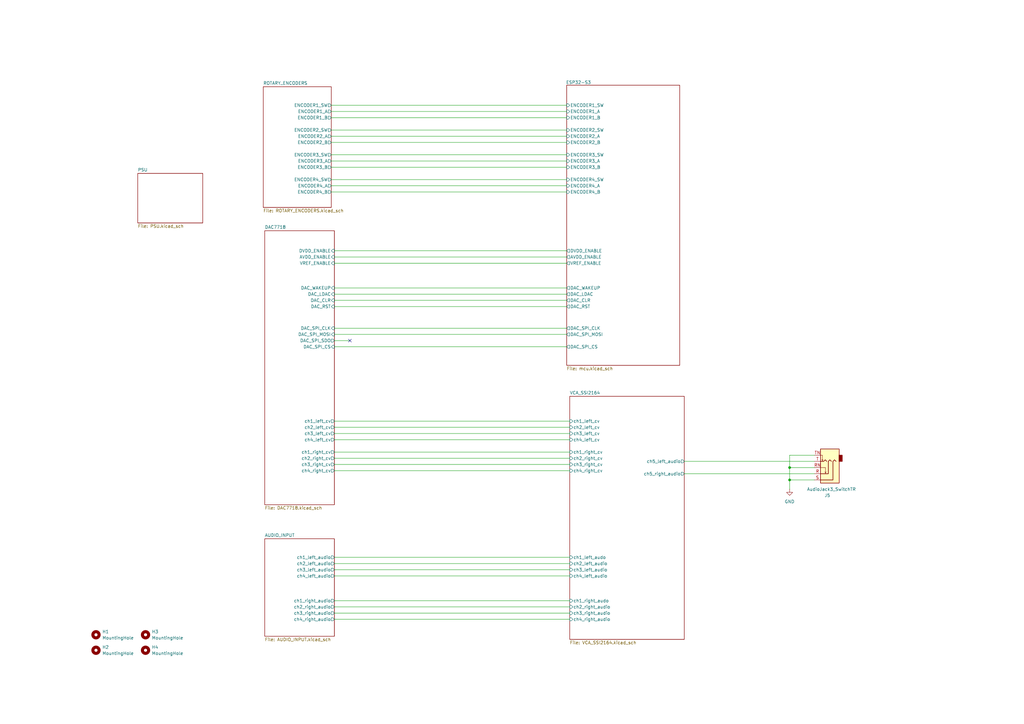
<source format=kicad_sch>
(kicad_sch
	(version 20231120)
	(generator "eeschema")
	(generator_version "8.0")
	(uuid "68c4b081-ef47-4ba5-a55f-4ef66cb2b598")
	(paper "A3")
	(title_block
		(title "${PROJECTNAME}")
		(date "2024-10-22")
		(rev "${REVISION}")
		(company "Created By: ${AUTHOR}")
	)
	(lib_symbols
		(symbol "Connector_Audio:AudioJack3_SwitchTR"
			(exclude_from_sim no)
			(in_bom yes)
			(on_board yes)
			(property "Reference" "J"
				(at 0 8.89 0)
				(effects
					(font
						(size 1.27 1.27)
					)
				)
			)
			(property "Value" "AudioJack3_SwitchTR"
				(at 0 6.35 0)
				(effects
					(font
						(size 1.27 1.27)
					)
				)
			)
			(property "Footprint" ""
				(at 0 0 0)
				(effects
					(font
						(size 1.27 1.27)
					)
					(hide yes)
				)
			)
			(property "Datasheet" "~"
				(at 0 0 0)
				(effects
					(font
						(size 1.27 1.27)
					)
					(hide yes)
				)
			)
			(property "Description" "Audio Jack, 3 Poles (Stereo / TRS), Switched TR Poles (Normalling)"
				(at 0 0 0)
				(effects
					(font
						(size 1.27 1.27)
					)
					(hide yes)
				)
			)
			(property "ki_keywords" "audio jack receptacle stereo headphones phones TRS connector"
				(at 0 0 0)
				(effects
					(font
						(size 1.27 1.27)
					)
					(hide yes)
				)
			)
			(property "ki_fp_filters" "Jack*"
				(at 0 0 0)
				(effects
					(font
						(size 1.27 1.27)
					)
					(hide yes)
				)
			)
			(symbol "AudioJack3_SwitchTR_0_1"
				(rectangle
					(start -5.08 -5.08)
					(end -6.35 -7.62)
					(stroke
						(width 0.254)
						(type default)
					)
					(fill
						(type outline)
					)
				)
				(polyline
					(pts
						(xy 0.508 -0.254) (xy 0.762 -0.762)
					)
					(stroke
						(width 0)
						(type default)
					)
					(fill
						(type none)
					)
				)
				(polyline
					(pts
						(xy 1.778 -5.334) (xy 2.032 -5.842)
					)
					(stroke
						(width 0)
						(type default)
					)
					(fill
						(type none)
					)
				)
				(polyline
					(pts
						(xy 0 -5.08) (xy 0.635 -5.715) (xy 1.27 -5.08) (xy 2.54 -5.08)
					)
					(stroke
						(width 0.254)
						(type default)
					)
					(fill
						(type none)
					)
				)
				(polyline
					(pts
						(xy 2.54 -7.62) (xy 1.778 -7.62) (xy 1.778 -5.334) (xy 1.524 -5.842)
					)
					(stroke
						(width 0)
						(type default)
					)
					(fill
						(type none)
					)
				)
				(polyline
					(pts
						(xy 2.54 -2.54) (xy 0.508 -2.54) (xy 0.508 -0.254) (xy 0.254 -0.762)
					)
					(stroke
						(width 0)
						(type default)
					)
					(fill
						(type none)
					)
				)
				(polyline
					(pts
						(xy -1.905 -5.08) (xy -1.27 -5.715) (xy -0.635 -5.08) (xy -0.635 0) (xy 2.54 0)
					)
					(stroke
						(width 0.254)
						(type default)
					)
					(fill
						(type none)
					)
				)
				(polyline
					(pts
						(xy 2.54 2.54) (xy -2.54 2.54) (xy -2.54 -5.08) (xy -3.175 -5.715) (xy -3.81 -5.08)
					)
					(stroke
						(width 0.254)
						(type default)
					)
					(fill
						(type none)
					)
				)
				(rectangle
					(start 2.54 3.81)
					(end -5.08 -10.16)
					(stroke
						(width 0.254)
						(type default)
					)
					(fill
						(type background)
					)
				)
			)
			(symbol "AudioJack3_SwitchTR_1_1"
				(pin passive line
					(at 5.08 0 180)
					(length 2.54)
					(name "~"
						(effects
							(font
								(size 1.27 1.27)
							)
						)
					)
					(number "R"
						(effects
							(font
								(size 1.27 1.27)
							)
						)
					)
				)
				(pin passive line
					(at 5.08 -2.54 180)
					(length 2.54)
					(name "~"
						(effects
							(font
								(size 1.27 1.27)
							)
						)
					)
					(number "RN"
						(effects
							(font
								(size 1.27 1.27)
							)
						)
					)
				)
				(pin passive line
					(at 5.08 2.54 180)
					(length 2.54)
					(name "~"
						(effects
							(font
								(size 1.27 1.27)
							)
						)
					)
					(number "S"
						(effects
							(font
								(size 1.27 1.27)
							)
						)
					)
				)
				(pin passive line
					(at 5.08 -5.08 180)
					(length 2.54)
					(name "~"
						(effects
							(font
								(size 1.27 1.27)
							)
						)
					)
					(number "T"
						(effects
							(font
								(size 1.27 1.27)
							)
						)
					)
				)
				(pin passive line
					(at 5.08 -7.62 180)
					(length 2.54)
					(name "~"
						(effects
							(font
								(size 1.27 1.27)
							)
						)
					)
					(number "TN"
						(effects
							(font
								(size 1.27 1.27)
							)
						)
					)
				)
			)
		)
		(symbol "Mechanical:MountingHole"
			(pin_names
				(offset 1.016)
			)
			(exclude_from_sim yes)
			(in_bom no)
			(on_board yes)
			(property "Reference" "H"
				(at 0 5.08 0)
				(effects
					(font
						(size 1.27 1.27)
					)
				)
			)
			(property "Value" "MountingHole"
				(at 0 3.175 0)
				(effects
					(font
						(size 1.27 1.27)
					)
				)
			)
			(property "Footprint" ""
				(at 0 0 0)
				(effects
					(font
						(size 1.27 1.27)
					)
					(hide yes)
				)
			)
			(property "Datasheet" "~"
				(at 0 0 0)
				(effects
					(font
						(size 1.27 1.27)
					)
					(hide yes)
				)
			)
			(property "Description" "Mounting Hole without connection"
				(at 0 0 0)
				(effects
					(font
						(size 1.27 1.27)
					)
					(hide yes)
				)
			)
			(property "ki_keywords" "mounting hole"
				(at 0 0 0)
				(effects
					(font
						(size 1.27 1.27)
					)
					(hide yes)
				)
			)
			(property "ki_fp_filters" "MountingHole*"
				(at 0 0 0)
				(effects
					(font
						(size 1.27 1.27)
					)
					(hide yes)
				)
			)
			(symbol "MountingHole_0_1"
				(circle
					(center 0 0)
					(radius 1.27)
					(stroke
						(width 1.27)
						(type default)
					)
					(fill
						(type none)
					)
				)
			)
		)
		(symbol "power:GND"
			(power)
			(pin_numbers hide)
			(pin_names
				(offset 0) hide)
			(exclude_from_sim no)
			(in_bom yes)
			(on_board yes)
			(property "Reference" "#PWR"
				(at 0 -6.35 0)
				(effects
					(font
						(size 1.27 1.27)
					)
					(hide yes)
				)
			)
			(property "Value" "GND"
				(at 0 -3.81 0)
				(effects
					(font
						(size 1.27 1.27)
					)
				)
			)
			(property "Footprint" ""
				(at 0 0 0)
				(effects
					(font
						(size 1.27 1.27)
					)
					(hide yes)
				)
			)
			(property "Datasheet" ""
				(at 0 0 0)
				(effects
					(font
						(size 1.27 1.27)
					)
					(hide yes)
				)
			)
			(property "Description" "Power symbol creates a global label with name \"GND\" , ground"
				(at 0 0 0)
				(effects
					(font
						(size 1.27 1.27)
					)
					(hide yes)
				)
			)
			(property "ki_keywords" "global power"
				(at 0 0 0)
				(effects
					(font
						(size 1.27 1.27)
					)
					(hide yes)
				)
			)
			(symbol "GND_0_1"
				(polyline
					(pts
						(xy 0 0) (xy 0 -1.27) (xy 1.27 -1.27) (xy 0 -2.54) (xy -1.27 -1.27) (xy 0 -1.27)
					)
					(stroke
						(width 0)
						(type default)
					)
					(fill
						(type none)
					)
				)
			)
			(symbol "GND_1_1"
				(pin power_in line
					(at 0 0 270)
					(length 0)
					(name "~"
						(effects
							(font
								(size 1.27 1.27)
							)
						)
					)
					(number "1"
						(effects
							(font
								(size 1.27 1.27)
							)
						)
					)
				)
			)
		)
	)
	(junction
		(at 323.85 191.77)
		(diameter 0)
		(color 0 0 0 0)
		(uuid "a05df00c-cf4e-4893-8022-aee14bb6d852")
	)
	(junction
		(at 323.85 196.85)
		(diameter 0)
		(color 0 0 0 0)
		(uuid "a9e89c40-620c-4d14-97c1-7bec83cb819d")
	)
	(no_connect
		(at 143.51 139.7)
		(uuid "5f9f2b64-4965-4ccf-9faf-a799cbcc6ab2")
	)
	(wire
		(pts
			(xy 137.16 180.34) (xy 233.68 180.34)
		)
		(stroke
			(width 0)
			(type default)
		)
		(uuid "0ba9c9a4-d805-49b5-9aa0-d54c2c915a0f")
	)
	(wire
		(pts
			(xy 137.16 172.72) (xy 233.68 172.72)
		)
		(stroke
			(width 0)
			(type default)
		)
		(uuid "0c86fca2-1c17-40be-8b4c-243ca961136c")
	)
	(wire
		(pts
			(xy 137.16 231.14) (xy 233.68 231.14)
		)
		(stroke
			(width 0)
			(type default)
		)
		(uuid "0eaf92a5-8b71-478a-aed0-91ecdb92b9df")
	)
	(wire
		(pts
			(xy 135.89 66.04) (xy 232.41 66.04)
		)
		(stroke
			(width 0)
			(type default)
		)
		(uuid "177749ce-d950-4f90-9f54-f78750f7be64")
	)
	(wire
		(pts
			(xy 137.16 102.87) (xy 232.41 102.87)
		)
		(stroke
			(width 0)
			(type default)
		)
		(uuid "18cdb8e0-d66f-4bf7-bdee-9f207d9e5d85")
	)
	(wire
		(pts
			(xy 137.16 251.46) (xy 233.68 251.46)
		)
		(stroke
			(width 0)
			(type default)
		)
		(uuid "1d9eeb30-6ee2-406a-831d-50c5ba758355")
	)
	(wire
		(pts
			(xy 137.16 107.95) (xy 232.41 107.95)
		)
		(stroke
			(width 0)
			(type default)
		)
		(uuid "1e0d5cec-15a7-42a1-9e1b-1f7260d6b221")
	)
	(wire
		(pts
			(xy 137.16 236.22) (xy 233.68 236.22)
		)
		(stroke
			(width 0)
			(type default)
		)
		(uuid "1f3799b3-0bbf-4e78-9e3c-06fb925a4b8f")
	)
	(wire
		(pts
			(xy 135.89 68.58) (xy 232.41 68.58)
		)
		(stroke
			(width 0)
			(type default)
		)
		(uuid "200a6bdf-252e-4146-82fa-9ab489dfe1c6")
	)
	(wire
		(pts
			(xy 135.89 53.34) (xy 232.41 53.34)
		)
		(stroke
			(width 0)
			(type default)
		)
		(uuid "2e6ee337-6dba-4146-8bcb-8714699cdb3d")
	)
	(wire
		(pts
			(xy 323.85 186.69) (xy 334.01 186.69)
		)
		(stroke
			(width 0)
			(type default)
		)
		(uuid "30f19f5b-a6ea-4db1-933b-bca468de064d")
	)
	(wire
		(pts
			(xy 137.16 175.26) (xy 233.68 175.26)
		)
		(stroke
			(width 0)
			(type default)
		)
		(uuid "369d33ea-db94-40ad-b5e4-0278ab7ec36d")
	)
	(wire
		(pts
			(xy 135.89 63.5) (xy 232.41 63.5)
		)
		(stroke
			(width 0)
			(type default)
		)
		(uuid "3808da44-565a-47fd-a94d-a46f218a2923")
	)
	(wire
		(pts
			(xy 323.85 196.85) (xy 323.85 200.66)
		)
		(stroke
			(width 0)
			(type default)
		)
		(uuid "38324098-41be-4821-ba79-3806655aa860")
	)
	(wire
		(pts
			(xy 135.89 76.2) (xy 232.41 76.2)
		)
		(stroke
			(width 0)
			(type default)
		)
		(uuid "3835941e-5fdb-4762-a7f9-0a93430bb790")
	)
	(wire
		(pts
			(xy 137.16 228.6) (xy 233.68 228.6)
		)
		(stroke
			(width 0)
			(type default)
		)
		(uuid "3e0e3a1b-ffa3-41d7-a2cc-57e672400479")
	)
	(wire
		(pts
			(xy 135.89 48.26) (xy 232.41 48.26)
		)
		(stroke
			(width 0)
			(type default)
		)
		(uuid "4bcb5868-ab93-45b5-82de-b100c89ee21d")
	)
	(wire
		(pts
			(xy 137.16 134.62) (xy 232.41 134.62)
		)
		(stroke
			(width 0)
			(type default)
		)
		(uuid "4c2c548e-175f-46b7-ba21-7cebb0c285b0")
	)
	(wire
		(pts
			(xy 137.16 142.24) (xy 232.41 142.24)
		)
		(stroke
			(width 0)
			(type default)
		)
		(uuid "4dc29e9c-405e-40e4-8778-131f19abcdea")
	)
	(wire
		(pts
			(xy 137.16 187.96) (xy 233.68 187.96)
		)
		(stroke
			(width 0)
			(type default)
		)
		(uuid "4e6a63b5-d6e3-445b-a56a-43afc9fcd72a")
	)
	(wire
		(pts
			(xy 137.16 105.41) (xy 232.41 105.41)
		)
		(stroke
			(width 0)
			(type default)
		)
		(uuid "55099dbc-b8e4-4d3a-b4e0-ee9eca05e907")
	)
	(wire
		(pts
			(xy 323.85 191.77) (xy 323.85 196.85)
		)
		(stroke
			(width 0)
			(type default)
		)
		(uuid "577a47c6-f2db-4dab-90fa-0dbf656a6ac7")
	)
	(wire
		(pts
			(xy 280.67 189.23) (xy 334.01 189.23)
		)
		(stroke
			(width 0)
			(type default)
		)
		(uuid "5abd2f82-f66b-4961-bc6a-b24607778e0a")
	)
	(wire
		(pts
			(xy 137.16 118.11) (xy 232.41 118.11)
		)
		(stroke
			(width 0)
			(type default)
		)
		(uuid "5ffc46df-88dc-4a49-864c-fdc54452ffcb")
	)
	(wire
		(pts
			(xy 135.89 55.88) (xy 232.41 55.88)
		)
		(stroke
			(width 0)
			(type default)
		)
		(uuid "661e58bd-316f-4261-aca4-334a54991fea")
	)
	(wire
		(pts
			(xy 137.16 190.5) (xy 233.68 190.5)
		)
		(stroke
			(width 0)
			(type default)
		)
		(uuid "68a16277-a066-43e8-abac-ed8f9530ffbf")
	)
	(wire
		(pts
			(xy 137.16 137.16) (xy 232.41 137.16)
		)
		(stroke
			(width 0)
			(type default)
		)
		(uuid "6a29b020-2dba-42ee-b907-3d9bf04485f3")
	)
	(wire
		(pts
			(xy 334.01 196.85) (xy 323.85 196.85)
		)
		(stroke
			(width 0)
			(type default)
		)
		(uuid "73eb628a-7675-48c7-8556-c1e526d7e3c3")
	)
	(wire
		(pts
			(xy 137.16 185.42) (xy 233.68 185.42)
		)
		(stroke
			(width 0)
			(type default)
		)
		(uuid "7d10c5fb-0fd7-45a2-9e9d-8799cb353576")
	)
	(wire
		(pts
			(xy 135.89 58.42) (xy 232.41 58.42)
		)
		(stroke
			(width 0)
			(type default)
		)
		(uuid "82798c39-38d9-4fb1-b5ca-8590a2de00c6")
	)
	(wire
		(pts
			(xy 137.16 120.65) (xy 232.41 120.65)
		)
		(stroke
			(width 0)
			(type default)
		)
		(uuid "988826c1-2121-48bd-9861-502c213702b4")
	)
	(wire
		(pts
			(xy 135.89 45.72) (xy 232.41 45.72)
		)
		(stroke
			(width 0)
			(type default)
		)
		(uuid "991ede47-41ad-4a25-9c03-24ef9288f708")
	)
	(wire
		(pts
			(xy 137.16 233.68) (xy 233.68 233.68)
		)
		(stroke
			(width 0)
			(type default)
		)
		(uuid "a158ba29-33ac-4b9b-a639-d7720ed28e03")
	)
	(wire
		(pts
			(xy 323.85 191.77) (xy 334.01 191.77)
		)
		(stroke
			(width 0)
			(type default)
		)
		(uuid "a90414eb-eb23-4f62-9ac2-b82b1169eaee")
	)
	(wire
		(pts
			(xy 135.89 43.18) (xy 232.41 43.18)
		)
		(stroke
			(width 0)
			(type default)
		)
		(uuid "acdbc8a9-c3ba-4e57-85d4-84e9c84d255a")
	)
	(wire
		(pts
			(xy 135.89 73.66) (xy 232.41 73.66)
		)
		(stroke
			(width 0)
			(type default)
		)
		(uuid "af6cb22e-cdec-49cc-b34e-950c2af29e12")
	)
	(wire
		(pts
			(xy 137.16 139.7) (xy 143.51 139.7)
		)
		(stroke
			(width 0)
			(type default)
		)
		(uuid "b71df683-b146-47e4-9fa9-93076a38ac7c")
	)
	(wire
		(pts
			(xy 137.16 248.92) (xy 233.68 248.92)
		)
		(stroke
			(width 0)
			(type default)
		)
		(uuid "ba7c55f9-f962-446f-994d-8bd43a07ac69")
	)
	(wire
		(pts
			(xy 280.67 194.31) (xy 334.01 194.31)
		)
		(stroke
			(width 0)
			(type default)
		)
		(uuid "cff1d7f3-170f-4747-8700-35d8ad50878d")
	)
	(wire
		(pts
			(xy 137.16 177.8) (xy 233.68 177.8)
		)
		(stroke
			(width 0)
			(type default)
		)
		(uuid "d117bc34-b7e0-4f38-96af-cbfef2282294")
	)
	(wire
		(pts
			(xy 137.16 123.19) (xy 232.41 123.19)
		)
		(stroke
			(width 0)
			(type default)
		)
		(uuid "da840658-8b6a-4e22-985b-3a58d18dc778")
	)
	(wire
		(pts
			(xy 137.16 254) (xy 233.68 254)
		)
		(stroke
			(width 0)
			(type default)
		)
		(uuid "efe973b6-f825-4717-ac32-4c09f7a9d1bd")
	)
	(wire
		(pts
			(xy 137.16 125.73) (xy 232.41 125.73)
		)
		(stroke
			(width 0)
			(type default)
		)
		(uuid "f09141df-2106-4d41-9b17-0dbd2c50c751")
	)
	(wire
		(pts
			(xy 137.16 193.04) (xy 233.68 193.04)
		)
		(stroke
			(width 0)
			(type default)
		)
		(uuid "f2bcaf34-bf32-418c-a781-c462ff0cd589")
	)
	(wire
		(pts
			(xy 135.89 78.74) (xy 232.41 78.74)
		)
		(stroke
			(width 0)
			(type default)
		)
		(uuid "f88ad776-3519-4c0f-b509-1b8e472d74e9")
	)
	(wire
		(pts
			(xy 323.85 186.69) (xy 323.85 191.77)
		)
		(stroke
			(width 0)
			(type default)
		)
		(uuid "f983f6e8-f6da-4ab9-a15e-ceafe3895f1f")
	)
	(wire
		(pts
			(xy 137.16 246.38) (xy 233.68 246.38)
		)
		(stroke
			(width 0)
			(type default)
		)
		(uuid "ff56d194-fbd6-4cfa-971e-17d50d1ed11f")
	)
	(symbol
		(lib_id "Mechanical:MountingHole")
		(at 39.37 266.7 0)
		(unit 1)
		(exclude_from_sim no)
		(in_bom yes)
		(on_board yes)
		(dnp no)
		(fields_autoplaced yes)
		(uuid "1a66f550-c5af-4e1a-bd9b-b9b35fcd9838")
		(property "Reference" "H2"
			(at 41.91 265.43 0)
			(effects
				(font
					(size 1.27 1.27)
				)
				(justify left)
			)
		)
		(property "Value" "MountingHole"
			(at 41.91 267.97 0)
			(effects
				(font
					(size 1.27 1.27)
				)
				(justify left)
			)
		)
		(property "Footprint" "MountingHole:MountingHole_2.7mm_M2.5"
			(at 39.37 266.7 0)
			(effects
				(font
					(size 1.27 1.27)
				)
				(hide yes)
			)
		)
		(property "Datasheet" "~"
			(at 39.37 266.7 0)
			(effects
				(font
					(size 1.27 1.27)
				)
				(hide yes)
			)
		)
		(property "Description" "Mounting Hole without connection"
			(at 39.37 266.7 0)
			(effects
				(font
					(size 1.27 1.27)
				)
				(hide yes)
			)
		)
		(instances
			(project "Tiny4xPoweredStereoMixer"
				(path "/68c4b081-ef47-4ba5-a55f-4ef66cb2b598"
					(reference "H2")
					(unit 1)
				)
			)
		)
	)
	(symbol
		(lib_id "Mechanical:MountingHole")
		(at 59.69 260.35 0)
		(unit 1)
		(exclude_from_sim no)
		(in_bom yes)
		(on_board yes)
		(dnp no)
		(fields_autoplaced yes)
		(uuid "1a8cdf3a-b669-4a84-b0c6-74bce39f7b2d")
		(property "Reference" "H3"
			(at 62.23 259.08 0)
			(effects
				(font
					(size 1.27 1.27)
				)
				(justify left)
			)
		)
		(property "Value" "MountingHole"
			(at 62.23 261.62 0)
			(effects
				(font
					(size 1.27 1.27)
				)
				(justify left)
			)
		)
		(property "Footprint" "MountingHole:MountingHole_2.7mm_M2.5"
			(at 59.69 260.35 0)
			(effects
				(font
					(size 1.27 1.27)
				)
				(hide yes)
			)
		)
		(property "Datasheet" "~"
			(at 59.69 260.35 0)
			(effects
				(font
					(size 1.27 1.27)
				)
				(hide yes)
			)
		)
		(property "Description" "Mounting Hole without connection"
			(at 59.69 260.35 0)
			(effects
				(font
					(size 1.27 1.27)
				)
				(hide yes)
			)
		)
		(instances
			(project "Tiny4xPoweredStereoMixer"
				(path "/68c4b081-ef47-4ba5-a55f-4ef66cb2b598"
					(reference "H3")
					(unit 1)
				)
			)
		)
	)
	(symbol
		(lib_id "power:GND")
		(at 323.85 200.66 0)
		(mirror y)
		(unit 1)
		(exclude_from_sim no)
		(in_bom yes)
		(on_board yes)
		(dnp no)
		(fields_autoplaced yes)
		(uuid "48e49cf8-e442-48be-9b0d-6291921d330e")
		(property "Reference" "#PWR030"
			(at 323.85 207.01 0)
			(effects
				(font
					(size 1.27 1.27)
				)
				(hide yes)
			)
		)
		(property "Value" "GND"
			(at 323.85 205.74 0)
			(effects
				(font
					(size 1.27 1.27)
				)
			)
		)
		(property "Footprint" ""
			(at 323.85 200.66 0)
			(effects
				(font
					(size 1.27 1.27)
				)
				(hide yes)
			)
		)
		(property "Datasheet" ""
			(at 323.85 200.66 0)
			(effects
				(font
					(size 1.27 1.27)
				)
				(hide yes)
			)
		)
		(property "Description" "Power symbol creates a global label with name \"GND\" , ground"
			(at 323.85 200.66 0)
			(effects
				(font
					(size 1.27 1.27)
				)
				(hide yes)
			)
		)
		(pin "1"
			(uuid "11f5da27-f41a-4166-ab1c-5616b25d61c0")
		)
		(instances
			(project "Tiny4xPoweredStereoMixer"
				(path "/68c4b081-ef47-4ba5-a55f-4ef66cb2b598"
					(reference "#PWR030")
					(unit 1)
				)
			)
		)
	)
	(symbol
		(lib_id "Mechanical:MountingHole")
		(at 59.69 266.7 0)
		(unit 1)
		(exclude_from_sim no)
		(in_bom yes)
		(on_board yes)
		(dnp no)
		(fields_autoplaced yes)
		(uuid "68cedc48-3259-4429-a940-d61f7a3106e7")
		(property "Reference" "H4"
			(at 62.23 265.43 0)
			(effects
				(font
					(size 1.27 1.27)
				)
				(justify left)
			)
		)
		(property "Value" "MountingHole"
			(at 62.23 267.97 0)
			(effects
				(font
					(size 1.27 1.27)
				)
				(justify left)
			)
		)
		(property "Footprint" "MountingHole:MountingHole_2.7mm_M2.5"
			(at 59.69 266.7 0)
			(effects
				(font
					(size 1.27 1.27)
				)
				(hide yes)
			)
		)
		(property "Datasheet" "~"
			(at 59.69 266.7 0)
			(effects
				(font
					(size 1.27 1.27)
				)
				(hide yes)
			)
		)
		(property "Description" "Mounting Hole without connection"
			(at 59.69 266.7 0)
			(effects
				(font
					(size 1.27 1.27)
				)
				(hide yes)
			)
		)
		(instances
			(project "Tiny4xPoweredStereoMixer"
				(path "/68c4b081-ef47-4ba5-a55f-4ef66cb2b598"
					(reference "H4")
					(unit 1)
				)
			)
		)
	)
	(symbol
		(lib_id "Connector_Audio:AudioJack3_SwitchTR")
		(at 339.09 194.31 180)
		(unit 1)
		(exclude_from_sim no)
		(in_bom yes)
		(on_board yes)
		(dnp no)
		(uuid "f0d6ba27-f658-4395-947f-60fed0b2fed3")
		(property "Reference" "J5"
			(at 339.344 203.2 0)
			(effects
				(font
					(size 1.27 1.27)
				)
			)
		)
		(property "Value" "AudioJack3_SwitchTR"
			(at 340.995 200.66 0)
			(effects
				(font
					(size 1.27 1.27)
				)
			)
		)
		(property "Footprint" "Connector_Audio:Jack_3.5mm_CUI_SJ1-3535NG_Horizontal"
			(at 339.09 194.31 0)
			(effects
				(font
					(size 1.27 1.27)
				)
				(hide yes)
			)
		)
		(property "Datasheet" "https://www.mouser.co.uk/datasheet/2/670/sj1_353x-3159332.pdf"
			(at 339.09 194.31 0)
			(effects
				(font
					(size 1.27 1.27)
				)
				(hide yes)
			)
		)
		(property "Description" "Audio Jack, 3 Poles (Stereo / TRS), Switched TR Poles (Normalling)"
			(at 339.09 194.31 0)
			(effects
				(font
					(size 1.27 1.27)
				)
				(hide yes)
			)
		)
		(property "Mouser" "490-SJ1-3535 "
			(at 339.09 194.31 0)
			(effects
				(font
					(size 1.27 1.27)
				)
				(hide yes)
			)
		)
		(pin "T"
			(uuid "840f59ee-a96e-470b-ba07-49b13eb84955")
		)
		(pin "RN"
			(uuid "bbed6e36-3a04-4db1-a6bf-4408dee96034")
		)
		(pin "R"
			(uuid "685c6abd-020b-44c8-bb77-50119091b405")
		)
		(pin "S"
			(uuid "2223e9f2-4cb9-4cad-baf2-a40d31fa188e")
		)
		(pin "TN"
			(uuid "b75a94aa-6547-4b3d-b75b-c460398fcf97")
		)
		(instances
			(project "Tiny4xPoweredStereoMixer"
				(path "/68c4b081-ef47-4ba5-a55f-4ef66cb2b598"
					(reference "J5")
					(unit 1)
				)
			)
		)
	)
	(symbol
		(lib_id "Mechanical:MountingHole")
		(at 39.37 260.35 0)
		(unit 1)
		(exclude_from_sim no)
		(in_bom yes)
		(on_board yes)
		(dnp no)
		(fields_autoplaced yes)
		(uuid "ffeab1f2-e290-462f-bbd3-574cc3345998")
		(property "Reference" "H1"
			(at 41.91 259.08 0)
			(effects
				(font
					(size 1.27 1.27)
				)
				(justify left)
			)
		)
		(property "Value" "MountingHole"
			(at 41.91 261.62 0)
			(effects
				(font
					(size 1.27 1.27)
				)
				(justify left)
			)
		)
		(property "Footprint" "MountingHole:MountingHole_2.7mm_M2.5"
			(at 39.37 260.35 0)
			(effects
				(font
					(size 1.27 1.27)
				)
				(hide yes)
			)
		)
		(property "Datasheet" "~"
			(at 39.37 260.35 0)
			(effects
				(font
					(size 1.27 1.27)
				)
				(hide yes)
			)
		)
		(property "Description" "Mounting Hole without connection"
			(at 39.37 260.35 0)
			(effects
				(font
					(size 1.27 1.27)
				)
				(hide yes)
			)
		)
		(instances
			(project "Tiny4xPoweredStereoMixer"
				(path "/68c4b081-ef47-4ba5-a55f-4ef66cb2b598"
					(reference "H1")
					(unit 1)
				)
			)
		)
	)
	(sheet
		(at 233.68 162.56)
		(size 46.99 99.695)
		(fields_autoplaced yes)
		(stroke
			(width 0.1524)
			(type solid)
		)
		(fill
			(color 0 0 0 0.0000)
		)
		(uuid "32b8740c-e0bd-40f8-9090-a6e67ec33c06")
		(property "Sheetname" "VCA_SSI2164"
			(at 233.68 161.8484 0)
			(effects
				(font
					(size 1.27 1.27)
				)
				(justify left bottom)
			)
		)
		(property "Sheetfile" "VCA_SSI2164.kicad_sch"
			(at 233.68 262.8396 0)
			(effects
				(font
					(size 1.27 1.27)
				)
				(justify left top)
			)
		)
		(pin "ch2_right_cv" input
			(at 233.68 187.96 180)
			(effects
				(font
					(size 1.27 1.27)
				)
				(justify left)
			)
			(uuid "14a5cae4-7bee-45a1-a4fa-711d03a66d5b")
		)
		(pin "ch1_right_audo" input
			(at 233.68 246.38 180)
			(effects
				(font
					(size 1.27 1.27)
				)
				(justify left)
			)
			(uuid "5c99a064-9b26-48ee-9369-5e8d0385e953")
		)
		(pin "ch2_right_audio" input
			(at 233.68 248.92 180)
			(effects
				(font
					(size 1.27 1.27)
				)
				(justify left)
			)
			(uuid "e2802dc7-3b82-4a1b-b64d-9e72b0b61c5d")
		)
		(pin "ch3_right_cv" input
			(at 233.68 190.5 180)
			(effects
				(font
					(size 1.27 1.27)
				)
				(justify left)
			)
			(uuid "b8a10d34-16f8-4ddf-974d-e9f72961f6a5")
		)
		(pin "ch1_right_cv" input
			(at 233.68 185.42 180)
			(effects
				(font
					(size 1.27 1.27)
				)
				(justify left)
			)
			(uuid "38c3a8a0-243f-4e19-a256-1830e825c483")
		)
		(pin "ch4_right_audio" input
			(at 233.68 254 180)
			(effects
				(font
					(size 1.27 1.27)
				)
				(justify left)
			)
			(uuid "4f3a65a3-06e7-4700-b4e7-b02c551a6c63")
		)
		(pin "ch3_right_audio" input
			(at 233.68 251.46 180)
			(effects
				(font
					(size 1.27 1.27)
				)
				(justify left)
			)
			(uuid "647b7213-cc47-42de-b00b-0a96175d8e7e")
		)
		(pin "ch4_right_cv" input
			(at 233.68 193.04 180)
			(effects
				(font
					(size 1.27 1.27)
				)
				(justify left)
			)
			(uuid "2b1353a0-6b88-4c88-9e36-bc99c9520041")
		)
		(pin "ch1_left_audo" input
			(at 233.68 228.6 180)
			(effects
				(font
					(size 1.27 1.27)
				)
				(justify left)
			)
			(uuid "a508aa33-b7f5-4e07-9ff9-720e941f0bed")
		)
		(pin "ch1_left_cv" input
			(at 233.68 172.72 180)
			(effects
				(font
					(size 1.27 1.27)
				)
				(justify left)
			)
			(uuid "60d45cc8-9d1b-4468-aa88-d4ab3138fddc")
		)
		(pin "ch2_left_audio" input
			(at 233.68 231.14 180)
			(effects
				(font
					(size 1.27 1.27)
				)
				(justify left)
			)
			(uuid "c44e404c-053b-449d-a36a-19864170f37a")
		)
		(pin "ch2_left_cv" input
			(at 233.68 175.26 180)
			(effects
				(font
					(size 1.27 1.27)
				)
				(justify left)
			)
			(uuid "18fb311f-2c31-44f8-8e90-ab2745658e65")
		)
		(pin "ch3_left_audio" input
			(at 233.68 233.68 180)
			(effects
				(font
					(size 1.27 1.27)
				)
				(justify left)
			)
			(uuid "cdaee3a5-4f44-4575-8680-b9463b58005f")
		)
		(pin "ch3_left_cv" input
			(at 233.68 177.8 180)
			(effects
				(font
					(size 1.27 1.27)
				)
				(justify left)
			)
			(uuid "e976b127-d941-4f95-84d9-da80d7621f41")
		)
		(pin "ch4_left_audio" input
			(at 233.68 236.22 180)
			(effects
				(font
					(size 1.27 1.27)
				)
				(justify left)
			)
			(uuid "d49c0457-8b4a-42ab-809b-99e9164da924")
		)
		(pin "ch4_left_cv" input
			(at 233.68 180.34 180)
			(effects
				(font
					(size 1.27 1.27)
				)
				(justify left)
			)
			(uuid "0d175d2a-763c-4471-b3e1-924858ca63bd")
		)
		(pin "ch5_left_audio" output
			(at 280.67 189.23 0)
			(effects
				(font
					(size 1.27 1.27)
				)
				(justify right)
			)
			(uuid "4a91e37e-b9e9-44e1-9662-1c7207e6960a")
		)
		(pin "ch5_right_audio" output
			(at 280.67 194.31 0)
			(effects
				(font
					(size 1.27 1.27)
				)
				(justify right)
			)
			(uuid "840cd213-cd26-43c5-b9f0-36d58b6ae7d6")
		)
		(instances
			(project "Tiny4xPoweredStereoMixer"
				(path "/68c4b081-ef47-4ba5-a55f-4ef66cb2b598"
					(page "6")
				)
			)
		)
	)
	(sheet
		(at 107.95 35.56)
		(size 27.94 49.53)
		(fields_autoplaced yes)
		(stroke
			(width 0.1524)
			(type solid)
		)
		(fill
			(color 0 0 0 0.0000)
		)
		(uuid "752d6e11-6673-454b-90b7-828317760330")
		(property "Sheetname" "ROTARY_ENCODERS"
			(at 107.95 34.8484 0)
			(effects
				(font
					(size 1.27 1.27)
				)
				(justify left bottom)
			)
		)
		(property "Sheetfile" "ROTARY_ENCODERS.kicad_sch"
			(at 107.95 85.6746 0)
			(effects
				(font
					(size 1.27 1.27)
				)
				(justify left top)
			)
		)
		(pin "ENCODER1_B" output
			(at 135.89 48.26 0)
			(effects
				(font
					(size 1.27 1.27)
				)
				(justify right)
			)
			(uuid "f05068c6-b3d2-4489-a4f1-ba3d46976862")
		)
		(pin "ENCODER1_SW" output
			(at 135.89 43.18 0)
			(effects
				(font
					(size 1.27 1.27)
				)
				(justify right)
			)
			(uuid "cd342212-2cc8-4590-9b31-e37cd7335895")
		)
		(pin "ENCODER1_A" output
			(at 135.89 45.72 0)
			(effects
				(font
					(size 1.27 1.27)
				)
				(justify right)
			)
			(uuid "cf17ee14-b48b-4a7d-854b-7dc299a315dc")
		)
		(pin "ENCODER3_B" output
			(at 135.89 68.58 0)
			(effects
				(font
					(size 1.27 1.27)
				)
				(justify right)
			)
			(uuid "e4e37330-b4d9-44ef-8f8c-410a1941caf8")
		)
		(pin "ENCODER4_SW" output
			(at 135.89 73.66 0)
			(effects
				(font
					(size 1.27 1.27)
				)
				(justify right)
			)
			(uuid "da299d4e-d992-4631-bb2c-0bfccee8abd5")
		)
		(pin "ENCODER4_B" output
			(at 135.89 78.74 0)
			(effects
				(font
					(size 1.27 1.27)
				)
				(justify right)
			)
			(uuid "e4b020b5-a4e9-46ba-bfa9-6dafc2a39b75")
		)
		(pin "ENCODER3_A" output
			(at 135.89 66.04 0)
			(effects
				(font
					(size 1.27 1.27)
				)
				(justify right)
			)
			(uuid "0dd6ac13-a934-49c3-92d0-a7eea56b46af")
		)
		(pin "ENCODER4_A" output
			(at 135.89 76.2 0)
			(effects
				(font
					(size 1.27 1.27)
				)
				(justify right)
			)
			(uuid "400ce1b7-bf68-4376-9509-91422c2924e9")
		)
		(pin "ENCODER2_SW" output
			(at 135.89 53.34 0)
			(effects
				(font
					(size 1.27 1.27)
				)
				(justify right)
			)
			(uuid "9af9fff6-5437-4c6d-8030-84f1fd3f10c0")
		)
		(pin "ENCODER2_B" output
			(at 135.89 58.42 0)
			(effects
				(font
					(size 1.27 1.27)
				)
				(justify right)
			)
			(uuid "dc3aacc6-f479-492f-8256-becc75cec799")
		)
		(pin "ENCODER2_A" output
			(at 135.89 55.88 0)
			(effects
				(font
					(size 1.27 1.27)
				)
				(justify right)
			)
			(uuid "0a7ad98f-4dce-4bf4-af5e-dc75f2ba93ab")
		)
		(pin "ENCODER3_SW" output
			(at 135.89 63.5 0)
			(effects
				(font
					(size 1.27 1.27)
				)
				(justify right)
			)
			(uuid "ad5ce9d2-07ee-452a-ac13-2a96f7038e12")
		)
		(instances
			(project "Tiny4xPoweredStereoMixer"
				(path "/68c4b081-ef47-4ba5-a55f-4ef66cb2b598"
					(page "8")
				)
			)
		)
	)
	(sheet
		(at 56.515 71.12)
		(size 26.67 20.32)
		(fields_autoplaced yes)
		(stroke
			(width 0.1524)
			(type solid)
		)
		(fill
			(color 0 0 0 0.0000)
		)
		(uuid "90ba425d-eaf5-48b4-804f-91b46c159bdf")
		(property "Sheetname" "PSU"
			(at 56.515 70.4084 0)
			(effects
				(font
					(size 1.27 1.27)
				)
				(justify left bottom)
			)
		)
		(property "Sheetfile" "PSU.kicad_sch"
			(at 56.515 92.0246 0)
			(effects
				(font
					(size 1.27 1.27)
				)
				(justify left top)
			)
		)
		(instances
			(project "Tiny4xPoweredStereoMixer"
				(path "/68c4b081-ef47-4ba5-a55f-4ef66cb2b598"
					(page "4")
				)
			)
		)
	)
	(sheet
		(at 232.41 34.925)
		(size 46.355 114.935)
		(stroke
			(width 0.1524)
			(type solid)
		)
		(fill
			(color 0 0 0 0.0000)
		)
		(uuid "925ae624-2e35-4cd5-9b94-c0e6f66c238e")
		(property "Sheetname" "ESP32-S3"
			(at 232.156 34.544 0)
			(effects
				(font
					(size 1.27 1.27)
				)
				(justify left bottom)
			)
		)
		(property "Sheetfile" "mcu.kicad_sch"
			(at 232.41 150.4446 0)
			(effects
				(font
					(size 1.27 1.27)
				)
				(justify left top)
			)
		)
		(pin "DVDD_ENABLE" output
			(at 232.41 102.87 180)
			(effects
				(font
					(size 1.27 1.27)
				)
				(justify left)
			)
			(uuid "45f1d4f8-9d9c-4820-bd6c-9aab2859f7d5")
		)
		(pin "AVDD_ENABLE" output
			(at 232.41 105.41 180)
			(effects
				(font
					(size 1.27 1.27)
				)
				(justify left)
			)
			(uuid "7106f612-dd3e-41a7-9dd9-8d8c8bbc9561")
		)
		(pin "ENCODER1_SW" input
			(at 232.41 43.18 180)
			(effects
				(font
					(size 1.27 1.27)
				)
				(justify left)
			)
			(uuid "61958178-d766-4319-bb96-c24781212373")
		)
		(pin "ENCODER2_A" input
			(at 232.41 55.88 180)
			(effects
				(font
					(size 1.27 1.27)
				)
				(justify left)
			)
			(uuid "5fa852a0-7f65-4732-8f52-14b9ac6790c8")
		)
		(pin "ENCODER1_A" input
			(at 232.41 45.72 180)
			(effects
				(font
					(size 1.27 1.27)
				)
				(justify left)
			)
			(uuid "7c1dd182-000d-4721-a027-9de5c6ada67c")
		)
		(pin "ENCODER2_B" input
			(at 232.41 58.42 180)
			(effects
				(font
					(size 1.27 1.27)
				)
				(justify left)
			)
			(uuid "7f329073-d530-437c-8e96-f4bc0d8bd801")
		)
		(pin "ENCODER2_SW" input
			(at 232.41 53.34 180)
			(effects
				(font
					(size 1.27 1.27)
				)
				(justify left)
			)
			(uuid "f80cd1a9-5ffe-4639-a889-df5da9a775f4")
		)
		(pin "ENCODER1_B" input
			(at 232.41 48.26 180)
			(effects
				(font
					(size 1.27 1.27)
				)
				(justify left)
			)
			(uuid "3a244691-0705-483a-87bc-8c5561bc4b35")
		)
		(pin "ENCODER4_A" input
			(at 232.41 76.2 180)
			(effects
				(font
					(size 1.27 1.27)
				)
				(justify left)
			)
			(uuid "ffecf516-2ab8-4509-a02b-46defbe0c01b")
		)
		(pin "ENCODER3_SW" input
			(at 232.41 63.5 180)
			(effects
				(font
					(size 1.27 1.27)
				)
				(justify left)
			)
			(uuid "63d4e030-934f-4a13-8911-786ce288233b")
		)
		(pin "ENCODER3_A" input
			(at 232.41 66.04 180)
			(effects
				(font
					(size 1.27 1.27)
				)
				(justify left)
			)
			(uuid "3e1b7356-203a-4c8a-ae94-a08729c558f8")
		)
		(pin "ENCODER4_SW" input
			(at 232.41 73.66 180)
			(effects
				(font
					(size 1.27 1.27)
				)
				(justify left)
			)
			(uuid "c889a56e-6eb4-4885-9523-a63d012ee370")
		)
		(pin "ENCODER3_B" input
			(at 232.41 68.58 180)
			(effects
				(font
					(size 1.27 1.27)
				)
				(justify left)
			)
			(uuid "c232a340-5837-4ca8-9cff-7e1d9f8dc094")
		)
		(pin "ENCODER4_B" input
			(at 232.41 78.74 180)
			(effects
				(font
					(size 1.27 1.27)
				)
				(justify left)
			)
			(uuid "5141c9d2-3cc5-45a3-96fc-2a842168855a")
		)
		(pin "DAC_WAKEUP" output
			(at 232.41 118.11 180)
			(effects
				(font
					(size 1.27 1.27)
				)
				(justify left)
			)
			(uuid "9501adbc-76b1-42c7-9def-656b2967ce34")
		)
		(pin "DAC_SPI_CS" output
			(at 232.41 142.24 180)
			(effects
				(font
					(size 1.27 1.27)
				)
				(justify left)
			)
			(uuid "9ea33a0d-1ca2-459c-b6d1-c6230bf5841f")
		)
		(pin "DAC_RST" output
			(at 232.41 125.73 180)
			(effects
				(font
					(size 1.27 1.27)
				)
				(justify left)
			)
			(uuid "2ce4c387-5fe5-4f3c-920c-041ba1a5c02e")
		)
		(pin "DAC_CLR" output
			(at 232.41 123.19 180)
			(effects
				(font
					(size 1.27 1.27)
				)
				(justify left)
			)
			(uuid "cd99dd34-d91c-4e05-888f-05f2b87af08d")
		)
		(pin "DAC_LDAC" output
			(at 232.41 120.65 180)
			(effects
				(font
					(size 1.27 1.27)
				)
				(justify left)
			)
			(uuid "7d4d35de-e331-4a55-9eb2-2108c9dcbf77")
		)
		(pin "DAC_SPI_CLK" output
			(at 232.41 134.62 180)
			(effects
				(font
					(size 1.27 1.27)
				)
				(justify left)
			)
			(uuid "eb36fc33-c220-4efa-9aff-fe98f953800f")
		)
		(pin "DAC_SPI_MOSI" output
			(at 232.41 137.16 180)
			(effects
				(font
					(size 1.27 1.27)
				)
				(justify left)
			)
			(uuid "797e8dbd-e8fa-427c-b321-4bcadc062946")
		)
		(pin "VREF_ENABLE" output
			(at 232.41 107.95 180)
			(effects
				(font
					(size 1.27 1.27)
				)
				(justify left)
			)
			(uuid "aa32dd54-33a7-4528-a8ee-70f095a907e1")
		)
		(instances
			(project "Tiny4xPoweredStereoMixer"
				(path "/68c4b081-ef47-4ba5-a55f-4ef66cb2b598"
					(page "4")
				)
			)
		)
	)
	(sheet
		(at 108.585 94.615)
		(size 28.575 112.395)
		(fields_autoplaced yes)
		(stroke
			(width 0.1524)
			(type solid)
		)
		(fill
			(color 0 0 0 0.0000)
		)
		(uuid "b2c85d57-e9b9-423a-8123-668b8a2ebf5a")
		(property "Sheetname" "DAC7718"
			(at 108.585 93.9034 0)
			(effects
				(font
					(size 1.27 1.27)
				)
				(justify left bottom)
			)
		)
		(property "Sheetfile" "DAC7718.kicad_sch"
			(at 108.585 207.5946 0)
			(effects
				(font
					(size 1.27 1.27)
				)
				(justify left top)
			)
		)
		(pin "ch4_right_cv" output
			(at 137.16 193.04 0)
			(effects
				(font
					(size 1.27 1.27)
				)
				(justify right)
			)
			(uuid "4ec45e82-4a12-4209-867a-eac88feea17f")
		)
		(pin "ch3_right_cv" output
			(at 137.16 190.5 0)
			(effects
				(font
					(size 1.27 1.27)
				)
				(justify right)
			)
			(uuid "9d1cdbfb-5c50-4e77-8b3a-962b30720eda")
		)
		(pin "ch2_right_cv" output
			(at 137.16 187.96 0)
			(effects
				(font
					(size 1.27 1.27)
				)
				(justify right)
			)
			(uuid "066ed8b7-597b-422d-a4d0-591612f354a8")
		)
		(pin "ch1_left_cv" output
			(at 137.16 172.72 0)
			(effects
				(font
					(size 1.27 1.27)
				)
				(justify right)
			)
			(uuid "7d679302-9e0e-4b6d-a7da-f155e8dad19f")
		)
		(pin "ch1_right_cv" output
			(at 137.16 185.42 0)
			(effects
				(font
					(size 1.27 1.27)
				)
				(justify right)
			)
			(uuid "f22bb400-f856-4fa6-9b67-33dea686b673")
		)
		(pin "ch3_left_cv" output
			(at 137.16 177.8 0)
			(effects
				(font
					(size 1.27 1.27)
				)
				(justify right)
			)
			(uuid "c8e5cdd6-bc7f-4f79-836e-730e7f435af5")
		)
		(pin "ch2_left_cv" output
			(at 137.16 175.26 0)
			(effects
				(font
					(size 1.27 1.27)
				)
				(justify right)
			)
			(uuid "04449256-1872-4aae-b194-64a3fb230c44")
		)
		(pin "ch4_left_cv" output
			(at 137.16 180.34 0)
			(effects
				(font
					(size 1.27 1.27)
				)
				(justify right)
			)
			(uuid "6800f817-49e8-4b1e-ab05-76bb16b9d82b")
		)
		(pin "DAC_SPI_CLK" input
			(at 137.16 134.62 0)
			(effects
				(font
					(size 1.27 1.27)
				)
				(justify right)
			)
			(uuid "84aca419-301b-43c3-ad1b-2cdbf7ac3a84")
		)
		(pin "DAC_SPI_SDO" output
			(at 137.16 139.7 0)
			(effects
				(font
					(size 1.27 1.27)
				)
				(justify right)
			)
			(uuid "f1499c7d-722b-4bcb-a411-68f3f5cb8ca7")
		)
		(pin "DAC_CLR" input
			(at 137.16 123.19 0)
			(effects
				(font
					(size 1.27 1.27)
				)
				(justify right)
			)
			(uuid "2a76f38b-26df-4b85-92fd-2165efe736a8")
		)
		(pin "DAC_LDAC" input
			(at 137.16 120.65 0)
			(effects
				(font
					(size 1.27 1.27)
				)
				(justify right)
			)
			(uuid "ca49434a-7807-497d-8716-70c2a8afa251")
		)
		(pin "DAC_SPI_CS" input
			(at 137.16 142.24 0)
			(effects
				(font
					(size 1.27 1.27)
				)
				(justify right)
			)
			(uuid "a9a0ee09-6ad7-4bfb-879a-d22c35aebd5d")
		)
		(pin "DAC_RST" input
			(at 137.16 125.73 0)
			(effects
				(font
					(size 1.27 1.27)
				)
				(justify right)
			)
			(uuid "98984cbd-7da3-40de-a8e2-59ae580ab3bc")
		)
		(pin "DAC_WAKEUP" input
			(at 137.16 118.11 0)
			(effects
				(font
					(size 1.27 1.27)
				)
				(justify right)
			)
			(uuid "0028f0d6-3e10-48e9-b984-9ae390537db7")
		)
		(pin "DAC_SPI_MOSI" input
			(at 137.16 137.16 0)
			(effects
				(font
					(size 1.27 1.27)
				)
				(justify right)
			)
			(uuid "720bc24b-e9fc-4c46-bc5c-54681fd9bd0b")
		)
		(pin "DVDD_ENABLE" input
			(at 137.16 102.87 0)
			(effects
				(font
					(size 1.27 1.27)
				)
				(justify right)
			)
			(uuid "606a6f0c-d3fa-45c8-a361-ee891bdd88ba")
		)
		(pin "AVDD_ENABLE" input
			(at 137.16 105.41 0)
			(effects
				(font
					(size 1.27 1.27)
				)
				(justify right)
			)
			(uuid "c247f28c-b6e8-48f9-b9de-1c1a9f7990af")
		)
		(pin "VREF_ENABLE" input
			(at 137.16 107.95 0)
			(effects
				(font
					(size 1.27 1.27)
				)
				(justify right)
			)
			(uuid "a4f192c3-f80d-4272-a61c-0403f80a73cd")
		)
		(instances
			(project "Tiny4xPoweredStereoMixer"
				(path "/68c4b081-ef47-4ba5-a55f-4ef66cb2b598"
					(page "5")
				)
			)
		)
	)
	(sheet
		(at 108.585 220.98)
		(size 28.575 40.005)
		(fields_autoplaced yes)
		(stroke
			(width 0.1524)
			(type solid)
		)
		(fill
			(color 0 0 0 0.0000)
		)
		(uuid "e89f69b4-bd2d-4ce2-9342-6dc4ac72fb9c")
		(property "Sheetname" "AUDIO_INPUT"
			(at 108.585 220.2684 0)
			(effects
				(font
					(size 1.27 1.27)
				)
				(justify left bottom)
			)
		)
		(property "Sheetfile" "AUDIO_INPUT.kicad_sch"
			(at 108.585 261.5696 0)
			(effects
				(font
					(size 1.27 1.27)
				)
				(justify left top)
			)
		)
		(pin "ch4_left_audio" output
			(at 137.16 236.22 0)
			(effects
				(font
					(size 1.27 1.27)
				)
				(justify right)
			)
			(uuid "c50b85a0-a8ce-4767-a0be-f8dbbb89ddf6")
		)
		(pin "ch4_right_audio" output
			(at 137.16 254 0)
			(effects
				(font
					(size 1.27 1.27)
				)
				(justify right)
			)
			(uuid "b821acad-5229-4c8f-a0ac-980d0375d39b")
		)
		(pin "ch3_right_audio" output
			(at 137.16 251.46 0)
			(effects
				(font
					(size 1.27 1.27)
				)
				(justify right)
			)
			(uuid "1d43db64-6b29-4f40-a648-652afc71d88b")
		)
		(pin "ch3_left_audio" output
			(at 137.16 233.68 0)
			(effects
				(font
					(size 1.27 1.27)
				)
				(justify right)
			)
			(uuid "2b47f9d5-b38b-4155-a0d6-5b1f3e09aaa4")
		)
		(pin "ch2_right_audio" output
			(at 137.16 248.92 0)
			(effects
				(font
					(size 1.27 1.27)
				)
				(justify right)
			)
			(uuid "88497337-bb47-4282-aa99-1e1fdd6a4d25")
		)
		(pin "ch2_left_audio" output
			(at 137.16 231.14 0)
			(effects
				(font
					(size 1.27 1.27)
				)
				(justify right)
			)
			(uuid "3309c550-8592-447c-b7c2-322a3ec86278")
		)
		(pin "ch1_right_audio" output
			(at 137.16 246.38 0)
			(effects
				(font
					(size 1.27 1.27)
				)
				(justify right)
			)
			(uuid "63b28c07-767c-4b22-98d4-010ed8b2659c")
		)
		(pin "ch1_left_audio" output
			(at 137.16 228.6 0)
			(effects
				(font
					(size 1.27 1.27)
				)
				(justify right)
			)
			(uuid "5f02700b-965c-4237-bcee-97ded6d01005")
		)
		(instances
			(project "Tiny4xPoweredStereoMixer"
				(path "/68c4b081-ef47-4ba5-a55f-4ef66cb2b598"
					(page "7")
				)
			)
		)
	)
	(sheet_instances
		(path "/"
			(page "1")
		)
	)
)
</source>
